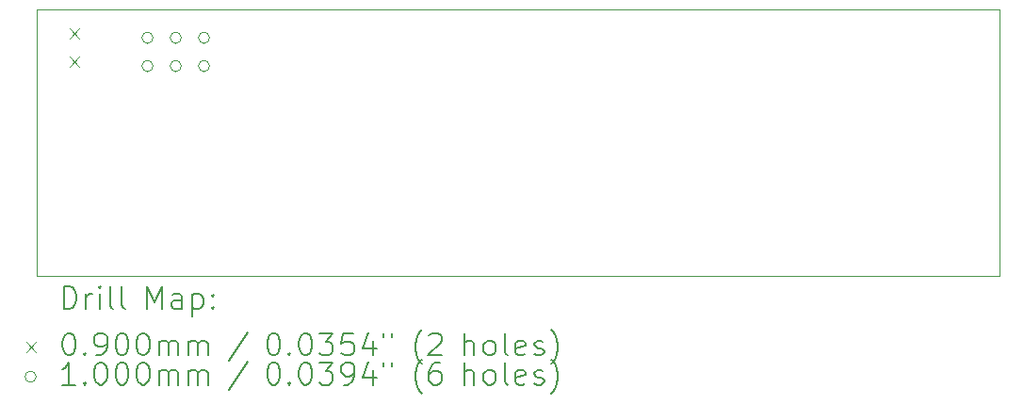
<source format=gbr>
%TF.GenerationSoftware,KiCad,Pcbnew,(6.99.0-2452-gdb4f2d9dd8)*%
%TF.CreationDate,2022-08-01T22:50:43-05:00*%
%TF.ProjectId,PTP,5054502e-6b69-4636-9164-5f7063625858,rev?*%
%TF.SameCoordinates,Original*%
%TF.FileFunction,Drillmap*%
%TF.FilePolarity,Positive*%
%FSLAX45Y45*%
G04 Gerber Fmt 4.5, Leading zero omitted, Abs format (unit mm)*
G04 Created by KiCad (PCBNEW (6.99.0-2452-gdb4f2d9dd8)) date 2022-08-01 22:50:43*
%MOMM*%
%LPD*%
G01*
G04 APERTURE LIST*
%ADD10C,0.100000*%
%ADD11C,0.200000*%
%ADD12C,0.090000*%
G04 APERTURE END LIST*
D10*
X9370000Y-7880000D02*
X18020000Y-7880000D01*
X18020000Y-7880000D02*
X18020000Y-10270000D01*
X18020000Y-10270000D02*
X9370000Y-10270000D01*
X9370000Y-10270000D02*
X9370000Y-7880000D01*
D11*
D12*
X9665000Y-8048000D02*
X9755000Y-8138000D01*
X9755000Y-8048000D02*
X9665000Y-8138000D01*
X9665000Y-8302000D02*
X9755000Y-8392000D01*
X9755000Y-8302000D02*
X9665000Y-8392000D01*
D10*
X10416000Y-8133000D02*
G75*
G03*
X10416000Y-8133000I-50000J0D01*
G01*
X10416000Y-8387000D02*
G75*
G03*
X10416000Y-8387000I-50000J0D01*
G01*
X10670000Y-8133000D02*
G75*
G03*
X10670000Y-8133000I-50000J0D01*
G01*
X10670000Y-8387000D02*
G75*
G03*
X10670000Y-8387000I-50000J0D01*
G01*
X10924000Y-8133000D02*
G75*
G03*
X10924000Y-8133000I-50000J0D01*
G01*
X10924000Y-8387000D02*
G75*
G03*
X10924000Y-8387000I-50000J0D01*
G01*
D11*
X9612619Y-10568476D02*
X9612619Y-10368476D01*
X9612619Y-10368476D02*
X9660238Y-10368476D01*
X9660238Y-10368476D02*
X9688810Y-10378000D01*
X9688810Y-10378000D02*
X9707857Y-10397048D01*
X9707857Y-10397048D02*
X9717381Y-10416095D01*
X9717381Y-10416095D02*
X9726905Y-10454190D01*
X9726905Y-10454190D02*
X9726905Y-10482762D01*
X9726905Y-10482762D02*
X9717381Y-10520857D01*
X9717381Y-10520857D02*
X9707857Y-10539905D01*
X9707857Y-10539905D02*
X9688810Y-10558952D01*
X9688810Y-10558952D02*
X9660238Y-10568476D01*
X9660238Y-10568476D02*
X9612619Y-10568476D01*
X9812619Y-10568476D02*
X9812619Y-10435143D01*
X9812619Y-10473238D02*
X9822143Y-10454190D01*
X9822143Y-10454190D02*
X9831667Y-10444667D01*
X9831667Y-10444667D02*
X9850714Y-10435143D01*
X9850714Y-10435143D02*
X9869762Y-10435143D01*
X9936429Y-10568476D02*
X9936429Y-10435143D01*
X9936429Y-10368476D02*
X9926905Y-10378000D01*
X9926905Y-10378000D02*
X9936429Y-10387524D01*
X9936429Y-10387524D02*
X9945952Y-10378000D01*
X9945952Y-10378000D02*
X9936429Y-10368476D01*
X9936429Y-10368476D02*
X9936429Y-10387524D01*
X10060238Y-10568476D02*
X10041190Y-10558952D01*
X10041190Y-10558952D02*
X10031667Y-10539905D01*
X10031667Y-10539905D02*
X10031667Y-10368476D01*
X10165000Y-10568476D02*
X10145952Y-10558952D01*
X10145952Y-10558952D02*
X10136429Y-10539905D01*
X10136429Y-10539905D02*
X10136429Y-10368476D01*
X10361190Y-10568476D02*
X10361190Y-10368476D01*
X10361190Y-10368476D02*
X10427857Y-10511333D01*
X10427857Y-10511333D02*
X10494524Y-10368476D01*
X10494524Y-10368476D02*
X10494524Y-10568476D01*
X10675476Y-10568476D02*
X10675476Y-10463714D01*
X10675476Y-10463714D02*
X10665952Y-10444667D01*
X10665952Y-10444667D02*
X10646905Y-10435143D01*
X10646905Y-10435143D02*
X10608809Y-10435143D01*
X10608809Y-10435143D02*
X10589762Y-10444667D01*
X10675476Y-10558952D02*
X10656429Y-10568476D01*
X10656429Y-10568476D02*
X10608809Y-10568476D01*
X10608809Y-10568476D02*
X10589762Y-10558952D01*
X10589762Y-10558952D02*
X10580238Y-10539905D01*
X10580238Y-10539905D02*
X10580238Y-10520857D01*
X10580238Y-10520857D02*
X10589762Y-10501810D01*
X10589762Y-10501810D02*
X10608809Y-10492286D01*
X10608809Y-10492286D02*
X10656429Y-10492286D01*
X10656429Y-10492286D02*
X10675476Y-10482762D01*
X10770714Y-10435143D02*
X10770714Y-10635143D01*
X10770714Y-10444667D02*
X10789762Y-10435143D01*
X10789762Y-10435143D02*
X10827857Y-10435143D01*
X10827857Y-10435143D02*
X10846905Y-10444667D01*
X10846905Y-10444667D02*
X10856429Y-10454190D01*
X10856429Y-10454190D02*
X10865952Y-10473238D01*
X10865952Y-10473238D02*
X10865952Y-10530381D01*
X10865952Y-10530381D02*
X10856429Y-10549429D01*
X10856429Y-10549429D02*
X10846905Y-10558952D01*
X10846905Y-10558952D02*
X10827857Y-10568476D01*
X10827857Y-10568476D02*
X10789762Y-10568476D01*
X10789762Y-10568476D02*
X10770714Y-10558952D01*
X10951667Y-10549429D02*
X10961190Y-10558952D01*
X10961190Y-10558952D02*
X10951667Y-10568476D01*
X10951667Y-10568476D02*
X10942143Y-10558952D01*
X10942143Y-10558952D02*
X10951667Y-10549429D01*
X10951667Y-10549429D02*
X10951667Y-10568476D01*
X10951667Y-10444667D02*
X10961190Y-10454190D01*
X10961190Y-10454190D02*
X10951667Y-10463714D01*
X10951667Y-10463714D02*
X10942143Y-10454190D01*
X10942143Y-10454190D02*
X10951667Y-10444667D01*
X10951667Y-10444667D02*
X10951667Y-10463714D01*
D12*
X9275000Y-10870000D02*
X9365000Y-10960000D01*
X9365000Y-10870000D02*
X9275000Y-10960000D01*
D11*
X9650714Y-10788476D02*
X9669762Y-10788476D01*
X9669762Y-10788476D02*
X9688810Y-10798000D01*
X9688810Y-10798000D02*
X9698333Y-10807524D01*
X9698333Y-10807524D02*
X9707857Y-10826571D01*
X9707857Y-10826571D02*
X9717381Y-10864667D01*
X9717381Y-10864667D02*
X9717381Y-10912286D01*
X9717381Y-10912286D02*
X9707857Y-10950381D01*
X9707857Y-10950381D02*
X9698333Y-10969429D01*
X9698333Y-10969429D02*
X9688810Y-10978952D01*
X9688810Y-10978952D02*
X9669762Y-10988476D01*
X9669762Y-10988476D02*
X9650714Y-10988476D01*
X9650714Y-10988476D02*
X9631667Y-10978952D01*
X9631667Y-10978952D02*
X9622143Y-10969429D01*
X9622143Y-10969429D02*
X9612619Y-10950381D01*
X9612619Y-10950381D02*
X9603095Y-10912286D01*
X9603095Y-10912286D02*
X9603095Y-10864667D01*
X9603095Y-10864667D02*
X9612619Y-10826571D01*
X9612619Y-10826571D02*
X9622143Y-10807524D01*
X9622143Y-10807524D02*
X9631667Y-10798000D01*
X9631667Y-10798000D02*
X9650714Y-10788476D01*
X9803095Y-10969429D02*
X9812619Y-10978952D01*
X9812619Y-10978952D02*
X9803095Y-10988476D01*
X9803095Y-10988476D02*
X9793571Y-10978952D01*
X9793571Y-10978952D02*
X9803095Y-10969429D01*
X9803095Y-10969429D02*
X9803095Y-10988476D01*
X9907857Y-10988476D02*
X9945952Y-10988476D01*
X9945952Y-10988476D02*
X9965000Y-10978952D01*
X9965000Y-10978952D02*
X9974524Y-10969429D01*
X9974524Y-10969429D02*
X9993571Y-10940857D01*
X9993571Y-10940857D02*
X10003095Y-10902762D01*
X10003095Y-10902762D02*
X10003095Y-10826571D01*
X10003095Y-10826571D02*
X9993571Y-10807524D01*
X9993571Y-10807524D02*
X9984048Y-10798000D01*
X9984048Y-10798000D02*
X9965000Y-10788476D01*
X9965000Y-10788476D02*
X9926905Y-10788476D01*
X9926905Y-10788476D02*
X9907857Y-10798000D01*
X9907857Y-10798000D02*
X9898333Y-10807524D01*
X9898333Y-10807524D02*
X9888810Y-10826571D01*
X9888810Y-10826571D02*
X9888810Y-10874190D01*
X9888810Y-10874190D02*
X9898333Y-10893238D01*
X9898333Y-10893238D02*
X9907857Y-10902762D01*
X9907857Y-10902762D02*
X9926905Y-10912286D01*
X9926905Y-10912286D02*
X9965000Y-10912286D01*
X9965000Y-10912286D02*
X9984048Y-10902762D01*
X9984048Y-10902762D02*
X9993571Y-10893238D01*
X9993571Y-10893238D02*
X10003095Y-10874190D01*
X10126905Y-10788476D02*
X10145952Y-10788476D01*
X10145952Y-10788476D02*
X10165000Y-10798000D01*
X10165000Y-10798000D02*
X10174524Y-10807524D01*
X10174524Y-10807524D02*
X10184048Y-10826571D01*
X10184048Y-10826571D02*
X10193571Y-10864667D01*
X10193571Y-10864667D02*
X10193571Y-10912286D01*
X10193571Y-10912286D02*
X10184048Y-10950381D01*
X10184048Y-10950381D02*
X10174524Y-10969429D01*
X10174524Y-10969429D02*
X10165000Y-10978952D01*
X10165000Y-10978952D02*
X10145952Y-10988476D01*
X10145952Y-10988476D02*
X10126905Y-10988476D01*
X10126905Y-10988476D02*
X10107857Y-10978952D01*
X10107857Y-10978952D02*
X10098333Y-10969429D01*
X10098333Y-10969429D02*
X10088810Y-10950381D01*
X10088810Y-10950381D02*
X10079286Y-10912286D01*
X10079286Y-10912286D02*
X10079286Y-10864667D01*
X10079286Y-10864667D02*
X10088810Y-10826571D01*
X10088810Y-10826571D02*
X10098333Y-10807524D01*
X10098333Y-10807524D02*
X10107857Y-10798000D01*
X10107857Y-10798000D02*
X10126905Y-10788476D01*
X10317381Y-10788476D02*
X10336429Y-10788476D01*
X10336429Y-10788476D02*
X10355476Y-10798000D01*
X10355476Y-10798000D02*
X10365000Y-10807524D01*
X10365000Y-10807524D02*
X10374524Y-10826571D01*
X10374524Y-10826571D02*
X10384048Y-10864667D01*
X10384048Y-10864667D02*
X10384048Y-10912286D01*
X10384048Y-10912286D02*
X10374524Y-10950381D01*
X10374524Y-10950381D02*
X10365000Y-10969429D01*
X10365000Y-10969429D02*
X10355476Y-10978952D01*
X10355476Y-10978952D02*
X10336429Y-10988476D01*
X10336429Y-10988476D02*
X10317381Y-10988476D01*
X10317381Y-10988476D02*
X10298333Y-10978952D01*
X10298333Y-10978952D02*
X10288810Y-10969429D01*
X10288810Y-10969429D02*
X10279286Y-10950381D01*
X10279286Y-10950381D02*
X10269762Y-10912286D01*
X10269762Y-10912286D02*
X10269762Y-10864667D01*
X10269762Y-10864667D02*
X10279286Y-10826571D01*
X10279286Y-10826571D02*
X10288810Y-10807524D01*
X10288810Y-10807524D02*
X10298333Y-10798000D01*
X10298333Y-10798000D02*
X10317381Y-10788476D01*
X10469762Y-10988476D02*
X10469762Y-10855143D01*
X10469762Y-10874190D02*
X10479286Y-10864667D01*
X10479286Y-10864667D02*
X10498333Y-10855143D01*
X10498333Y-10855143D02*
X10526905Y-10855143D01*
X10526905Y-10855143D02*
X10545952Y-10864667D01*
X10545952Y-10864667D02*
X10555476Y-10883714D01*
X10555476Y-10883714D02*
X10555476Y-10988476D01*
X10555476Y-10883714D02*
X10565000Y-10864667D01*
X10565000Y-10864667D02*
X10584048Y-10855143D01*
X10584048Y-10855143D02*
X10612619Y-10855143D01*
X10612619Y-10855143D02*
X10631667Y-10864667D01*
X10631667Y-10864667D02*
X10641191Y-10883714D01*
X10641191Y-10883714D02*
X10641191Y-10988476D01*
X10736429Y-10988476D02*
X10736429Y-10855143D01*
X10736429Y-10874190D02*
X10745952Y-10864667D01*
X10745952Y-10864667D02*
X10765000Y-10855143D01*
X10765000Y-10855143D02*
X10793572Y-10855143D01*
X10793572Y-10855143D02*
X10812619Y-10864667D01*
X10812619Y-10864667D02*
X10822143Y-10883714D01*
X10822143Y-10883714D02*
X10822143Y-10988476D01*
X10822143Y-10883714D02*
X10831667Y-10864667D01*
X10831667Y-10864667D02*
X10850714Y-10855143D01*
X10850714Y-10855143D02*
X10879286Y-10855143D01*
X10879286Y-10855143D02*
X10898333Y-10864667D01*
X10898333Y-10864667D02*
X10907857Y-10883714D01*
X10907857Y-10883714D02*
X10907857Y-10988476D01*
X11265952Y-10778952D02*
X11094524Y-11036095D01*
X11490714Y-10788476D02*
X11509762Y-10788476D01*
X11509762Y-10788476D02*
X11528810Y-10798000D01*
X11528810Y-10798000D02*
X11538333Y-10807524D01*
X11538333Y-10807524D02*
X11547857Y-10826571D01*
X11547857Y-10826571D02*
X11557381Y-10864667D01*
X11557381Y-10864667D02*
X11557381Y-10912286D01*
X11557381Y-10912286D02*
X11547857Y-10950381D01*
X11547857Y-10950381D02*
X11538333Y-10969429D01*
X11538333Y-10969429D02*
X11528810Y-10978952D01*
X11528810Y-10978952D02*
X11509762Y-10988476D01*
X11509762Y-10988476D02*
X11490714Y-10988476D01*
X11490714Y-10988476D02*
X11471667Y-10978952D01*
X11471667Y-10978952D02*
X11462143Y-10969429D01*
X11462143Y-10969429D02*
X11452619Y-10950381D01*
X11452619Y-10950381D02*
X11443095Y-10912286D01*
X11443095Y-10912286D02*
X11443095Y-10864667D01*
X11443095Y-10864667D02*
X11452619Y-10826571D01*
X11452619Y-10826571D02*
X11462143Y-10807524D01*
X11462143Y-10807524D02*
X11471667Y-10798000D01*
X11471667Y-10798000D02*
X11490714Y-10788476D01*
X11643095Y-10969429D02*
X11652619Y-10978952D01*
X11652619Y-10978952D02*
X11643095Y-10988476D01*
X11643095Y-10988476D02*
X11633571Y-10978952D01*
X11633571Y-10978952D02*
X11643095Y-10969429D01*
X11643095Y-10969429D02*
X11643095Y-10988476D01*
X11776429Y-10788476D02*
X11795476Y-10788476D01*
X11795476Y-10788476D02*
X11814524Y-10798000D01*
X11814524Y-10798000D02*
X11824048Y-10807524D01*
X11824048Y-10807524D02*
X11833571Y-10826571D01*
X11833571Y-10826571D02*
X11843095Y-10864667D01*
X11843095Y-10864667D02*
X11843095Y-10912286D01*
X11843095Y-10912286D02*
X11833571Y-10950381D01*
X11833571Y-10950381D02*
X11824048Y-10969429D01*
X11824048Y-10969429D02*
X11814524Y-10978952D01*
X11814524Y-10978952D02*
X11795476Y-10988476D01*
X11795476Y-10988476D02*
X11776429Y-10988476D01*
X11776429Y-10988476D02*
X11757381Y-10978952D01*
X11757381Y-10978952D02*
X11747857Y-10969429D01*
X11747857Y-10969429D02*
X11738333Y-10950381D01*
X11738333Y-10950381D02*
X11728810Y-10912286D01*
X11728810Y-10912286D02*
X11728810Y-10864667D01*
X11728810Y-10864667D02*
X11738333Y-10826571D01*
X11738333Y-10826571D02*
X11747857Y-10807524D01*
X11747857Y-10807524D02*
X11757381Y-10798000D01*
X11757381Y-10798000D02*
X11776429Y-10788476D01*
X11909762Y-10788476D02*
X12033571Y-10788476D01*
X12033571Y-10788476D02*
X11966905Y-10864667D01*
X11966905Y-10864667D02*
X11995476Y-10864667D01*
X11995476Y-10864667D02*
X12014524Y-10874190D01*
X12014524Y-10874190D02*
X12024048Y-10883714D01*
X12024048Y-10883714D02*
X12033571Y-10902762D01*
X12033571Y-10902762D02*
X12033571Y-10950381D01*
X12033571Y-10950381D02*
X12024048Y-10969429D01*
X12024048Y-10969429D02*
X12014524Y-10978952D01*
X12014524Y-10978952D02*
X11995476Y-10988476D01*
X11995476Y-10988476D02*
X11938333Y-10988476D01*
X11938333Y-10988476D02*
X11919286Y-10978952D01*
X11919286Y-10978952D02*
X11909762Y-10969429D01*
X12214524Y-10788476D02*
X12119286Y-10788476D01*
X12119286Y-10788476D02*
X12109762Y-10883714D01*
X12109762Y-10883714D02*
X12119286Y-10874190D01*
X12119286Y-10874190D02*
X12138333Y-10864667D01*
X12138333Y-10864667D02*
X12185952Y-10864667D01*
X12185952Y-10864667D02*
X12205000Y-10874190D01*
X12205000Y-10874190D02*
X12214524Y-10883714D01*
X12214524Y-10883714D02*
X12224048Y-10902762D01*
X12224048Y-10902762D02*
X12224048Y-10950381D01*
X12224048Y-10950381D02*
X12214524Y-10969429D01*
X12214524Y-10969429D02*
X12205000Y-10978952D01*
X12205000Y-10978952D02*
X12185952Y-10988476D01*
X12185952Y-10988476D02*
X12138333Y-10988476D01*
X12138333Y-10988476D02*
X12119286Y-10978952D01*
X12119286Y-10978952D02*
X12109762Y-10969429D01*
X12395476Y-10855143D02*
X12395476Y-10988476D01*
X12347857Y-10778952D02*
X12300238Y-10921810D01*
X12300238Y-10921810D02*
X12424048Y-10921810D01*
X12490714Y-10788476D02*
X12490714Y-10826571D01*
X12566905Y-10788476D02*
X12566905Y-10826571D01*
X12829762Y-11064667D02*
X12820238Y-11055143D01*
X12820238Y-11055143D02*
X12801191Y-11026571D01*
X12801191Y-11026571D02*
X12791667Y-11007524D01*
X12791667Y-11007524D02*
X12782143Y-10978952D01*
X12782143Y-10978952D02*
X12772619Y-10931333D01*
X12772619Y-10931333D02*
X12772619Y-10893238D01*
X12772619Y-10893238D02*
X12782143Y-10845619D01*
X12782143Y-10845619D02*
X12791667Y-10817048D01*
X12791667Y-10817048D02*
X12801191Y-10798000D01*
X12801191Y-10798000D02*
X12820238Y-10769429D01*
X12820238Y-10769429D02*
X12829762Y-10759905D01*
X12896429Y-10807524D02*
X12905952Y-10798000D01*
X12905952Y-10798000D02*
X12925000Y-10788476D01*
X12925000Y-10788476D02*
X12972619Y-10788476D01*
X12972619Y-10788476D02*
X12991667Y-10798000D01*
X12991667Y-10798000D02*
X13001191Y-10807524D01*
X13001191Y-10807524D02*
X13010714Y-10826571D01*
X13010714Y-10826571D02*
X13010714Y-10845619D01*
X13010714Y-10845619D02*
X13001191Y-10874190D01*
X13001191Y-10874190D02*
X12886905Y-10988476D01*
X12886905Y-10988476D02*
X13010714Y-10988476D01*
X13216429Y-10988476D02*
X13216429Y-10788476D01*
X13302143Y-10988476D02*
X13302143Y-10883714D01*
X13302143Y-10883714D02*
X13292619Y-10864667D01*
X13292619Y-10864667D02*
X13273572Y-10855143D01*
X13273572Y-10855143D02*
X13245000Y-10855143D01*
X13245000Y-10855143D02*
X13225952Y-10864667D01*
X13225952Y-10864667D02*
X13216429Y-10874190D01*
X13425952Y-10988476D02*
X13406905Y-10978952D01*
X13406905Y-10978952D02*
X13397381Y-10969429D01*
X13397381Y-10969429D02*
X13387857Y-10950381D01*
X13387857Y-10950381D02*
X13387857Y-10893238D01*
X13387857Y-10893238D02*
X13397381Y-10874190D01*
X13397381Y-10874190D02*
X13406905Y-10864667D01*
X13406905Y-10864667D02*
X13425952Y-10855143D01*
X13425952Y-10855143D02*
X13454524Y-10855143D01*
X13454524Y-10855143D02*
X13473572Y-10864667D01*
X13473572Y-10864667D02*
X13483095Y-10874190D01*
X13483095Y-10874190D02*
X13492619Y-10893238D01*
X13492619Y-10893238D02*
X13492619Y-10950381D01*
X13492619Y-10950381D02*
X13483095Y-10969429D01*
X13483095Y-10969429D02*
X13473572Y-10978952D01*
X13473572Y-10978952D02*
X13454524Y-10988476D01*
X13454524Y-10988476D02*
X13425952Y-10988476D01*
X13606905Y-10988476D02*
X13587857Y-10978952D01*
X13587857Y-10978952D02*
X13578333Y-10959905D01*
X13578333Y-10959905D02*
X13578333Y-10788476D01*
X13759286Y-10978952D02*
X13740238Y-10988476D01*
X13740238Y-10988476D02*
X13702143Y-10988476D01*
X13702143Y-10988476D02*
X13683095Y-10978952D01*
X13683095Y-10978952D02*
X13673572Y-10959905D01*
X13673572Y-10959905D02*
X13673572Y-10883714D01*
X13673572Y-10883714D02*
X13683095Y-10864667D01*
X13683095Y-10864667D02*
X13702143Y-10855143D01*
X13702143Y-10855143D02*
X13740238Y-10855143D01*
X13740238Y-10855143D02*
X13759286Y-10864667D01*
X13759286Y-10864667D02*
X13768810Y-10883714D01*
X13768810Y-10883714D02*
X13768810Y-10902762D01*
X13768810Y-10902762D02*
X13673572Y-10921810D01*
X13845000Y-10978952D02*
X13864048Y-10988476D01*
X13864048Y-10988476D02*
X13902143Y-10988476D01*
X13902143Y-10988476D02*
X13921191Y-10978952D01*
X13921191Y-10978952D02*
X13930714Y-10959905D01*
X13930714Y-10959905D02*
X13930714Y-10950381D01*
X13930714Y-10950381D02*
X13921191Y-10931333D01*
X13921191Y-10931333D02*
X13902143Y-10921810D01*
X13902143Y-10921810D02*
X13873572Y-10921810D01*
X13873572Y-10921810D02*
X13854524Y-10912286D01*
X13854524Y-10912286D02*
X13845000Y-10893238D01*
X13845000Y-10893238D02*
X13845000Y-10883714D01*
X13845000Y-10883714D02*
X13854524Y-10864667D01*
X13854524Y-10864667D02*
X13873572Y-10855143D01*
X13873572Y-10855143D02*
X13902143Y-10855143D01*
X13902143Y-10855143D02*
X13921191Y-10864667D01*
X13997381Y-11064667D02*
X14006905Y-11055143D01*
X14006905Y-11055143D02*
X14025953Y-11026571D01*
X14025953Y-11026571D02*
X14035476Y-11007524D01*
X14035476Y-11007524D02*
X14045000Y-10978952D01*
X14045000Y-10978952D02*
X14054524Y-10931333D01*
X14054524Y-10931333D02*
X14054524Y-10893238D01*
X14054524Y-10893238D02*
X14045000Y-10845619D01*
X14045000Y-10845619D02*
X14035476Y-10817048D01*
X14035476Y-10817048D02*
X14025953Y-10798000D01*
X14025953Y-10798000D02*
X14006905Y-10769429D01*
X14006905Y-10769429D02*
X13997381Y-10759905D01*
D10*
X9365000Y-11179000D02*
G75*
G03*
X9365000Y-11179000I-50000J0D01*
G01*
D11*
X9717381Y-11252476D02*
X9603095Y-11252476D01*
X9660238Y-11252476D02*
X9660238Y-11052476D01*
X9660238Y-11052476D02*
X9641190Y-11081048D01*
X9641190Y-11081048D02*
X9622143Y-11100095D01*
X9622143Y-11100095D02*
X9603095Y-11109619D01*
X9803095Y-11233428D02*
X9812619Y-11242952D01*
X9812619Y-11242952D02*
X9803095Y-11252476D01*
X9803095Y-11252476D02*
X9793571Y-11242952D01*
X9793571Y-11242952D02*
X9803095Y-11233428D01*
X9803095Y-11233428D02*
X9803095Y-11252476D01*
X9936429Y-11052476D02*
X9955476Y-11052476D01*
X9955476Y-11052476D02*
X9974524Y-11062000D01*
X9974524Y-11062000D02*
X9984048Y-11071524D01*
X9984048Y-11071524D02*
X9993571Y-11090571D01*
X9993571Y-11090571D02*
X10003095Y-11128667D01*
X10003095Y-11128667D02*
X10003095Y-11176286D01*
X10003095Y-11176286D02*
X9993571Y-11214381D01*
X9993571Y-11214381D02*
X9984048Y-11233428D01*
X9984048Y-11233428D02*
X9974524Y-11242952D01*
X9974524Y-11242952D02*
X9955476Y-11252476D01*
X9955476Y-11252476D02*
X9936429Y-11252476D01*
X9936429Y-11252476D02*
X9917381Y-11242952D01*
X9917381Y-11242952D02*
X9907857Y-11233428D01*
X9907857Y-11233428D02*
X9898333Y-11214381D01*
X9898333Y-11214381D02*
X9888810Y-11176286D01*
X9888810Y-11176286D02*
X9888810Y-11128667D01*
X9888810Y-11128667D02*
X9898333Y-11090571D01*
X9898333Y-11090571D02*
X9907857Y-11071524D01*
X9907857Y-11071524D02*
X9917381Y-11062000D01*
X9917381Y-11062000D02*
X9936429Y-11052476D01*
X10126905Y-11052476D02*
X10145952Y-11052476D01*
X10145952Y-11052476D02*
X10165000Y-11062000D01*
X10165000Y-11062000D02*
X10174524Y-11071524D01*
X10174524Y-11071524D02*
X10184048Y-11090571D01*
X10184048Y-11090571D02*
X10193571Y-11128667D01*
X10193571Y-11128667D02*
X10193571Y-11176286D01*
X10193571Y-11176286D02*
X10184048Y-11214381D01*
X10184048Y-11214381D02*
X10174524Y-11233428D01*
X10174524Y-11233428D02*
X10165000Y-11242952D01*
X10165000Y-11242952D02*
X10145952Y-11252476D01*
X10145952Y-11252476D02*
X10126905Y-11252476D01*
X10126905Y-11252476D02*
X10107857Y-11242952D01*
X10107857Y-11242952D02*
X10098333Y-11233428D01*
X10098333Y-11233428D02*
X10088810Y-11214381D01*
X10088810Y-11214381D02*
X10079286Y-11176286D01*
X10079286Y-11176286D02*
X10079286Y-11128667D01*
X10079286Y-11128667D02*
X10088810Y-11090571D01*
X10088810Y-11090571D02*
X10098333Y-11071524D01*
X10098333Y-11071524D02*
X10107857Y-11062000D01*
X10107857Y-11062000D02*
X10126905Y-11052476D01*
X10317381Y-11052476D02*
X10336429Y-11052476D01*
X10336429Y-11052476D02*
X10355476Y-11062000D01*
X10355476Y-11062000D02*
X10365000Y-11071524D01*
X10365000Y-11071524D02*
X10374524Y-11090571D01*
X10374524Y-11090571D02*
X10384048Y-11128667D01*
X10384048Y-11128667D02*
X10384048Y-11176286D01*
X10384048Y-11176286D02*
X10374524Y-11214381D01*
X10374524Y-11214381D02*
X10365000Y-11233428D01*
X10365000Y-11233428D02*
X10355476Y-11242952D01*
X10355476Y-11242952D02*
X10336429Y-11252476D01*
X10336429Y-11252476D02*
X10317381Y-11252476D01*
X10317381Y-11252476D02*
X10298333Y-11242952D01*
X10298333Y-11242952D02*
X10288810Y-11233428D01*
X10288810Y-11233428D02*
X10279286Y-11214381D01*
X10279286Y-11214381D02*
X10269762Y-11176286D01*
X10269762Y-11176286D02*
X10269762Y-11128667D01*
X10269762Y-11128667D02*
X10279286Y-11090571D01*
X10279286Y-11090571D02*
X10288810Y-11071524D01*
X10288810Y-11071524D02*
X10298333Y-11062000D01*
X10298333Y-11062000D02*
X10317381Y-11052476D01*
X10469762Y-11252476D02*
X10469762Y-11119143D01*
X10469762Y-11138190D02*
X10479286Y-11128667D01*
X10479286Y-11128667D02*
X10498333Y-11119143D01*
X10498333Y-11119143D02*
X10526905Y-11119143D01*
X10526905Y-11119143D02*
X10545952Y-11128667D01*
X10545952Y-11128667D02*
X10555476Y-11147714D01*
X10555476Y-11147714D02*
X10555476Y-11252476D01*
X10555476Y-11147714D02*
X10565000Y-11128667D01*
X10565000Y-11128667D02*
X10584048Y-11119143D01*
X10584048Y-11119143D02*
X10612619Y-11119143D01*
X10612619Y-11119143D02*
X10631667Y-11128667D01*
X10631667Y-11128667D02*
X10641191Y-11147714D01*
X10641191Y-11147714D02*
X10641191Y-11252476D01*
X10736429Y-11252476D02*
X10736429Y-11119143D01*
X10736429Y-11138190D02*
X10745952Y-11128667D01*
X10745952Y-11128667D02*
X10765000Y-11119143D01*
X10765000Y-11119143D02*
X10793572Y-11119143D01*
X10793572Y-11119143D02*
X10812619Y-11128667D01*
X10812619Y-11128667D02*
X10822143Y-11147714D01*
X10822143Y-11147714D02*
X10822143Y-11252476D01*
X10822143Y-11147714D02*
X10831667Y-11128667D01*
X10831667Y-11128667D02*
X10850714Y-11119143D01*
X10850714Y-11119143D02*
X10879286Y-11119143D01*
X10879286Y-11119143D02*
X10898333Y-11128667D01*
X10898333Y-11128667D02*
X10907857Y-11147714D01*
X10907857Y-11147714D02*
X10907857Y-11252476D01*
X11265952Y-11042952D02*
X11094524Y-11300095D01*
X11490714Y-11052476D02*
X11509762Y-11052476D01*
X11509762Y-11052476D02*
X11528810Y-11062000D01*
X11528810Y-11062000D02*
X11538333Y-11071524D01*
X11538333Y-11071524D02*
X11547857Y-11090571D01*
X11547857Y-11090571D02*
X11557381Y-11128667D01*
X11557381Y-11128667D02*
X11557381Y-11176286D01*
X11557381Y-11176286D02*
X11547857Y-11214381D01*
X11547857Y-11214381D02*
X11538333Y-11233428D01*
X11538333Y-11233428D02*
X11528810Y-11242952D01*
X11528810Y-11242952D02*
X11509762Y-11252476D01*
X11509762Y-11252476D02*
X11490714Y-11252476D01*
X11490714Y-11252476D02*
X11471667Y-11242952D01*
X11471667Y-11242952D02*
X11462143Y-11233428D01*
X11462143Y-11233428D02*
X11452619Y-11214381D01*
X11452619Y-11214381D02*
X11443095Y-11176286D01*
X11443095Y-11176286D02*
X11443095Y-11128667D01*
X11443095Y-11128667D02*
X11452619Y-11090571D01*
X11452619Y-11090571D02*
X11462143Y-11071524D01*
X11462143Y-11071524D02*
X11471667Y-11062000D01*
X11471667Y-11062000D02*
X11490714Y-11052476D01*
X11643095Y-11233428D02*
X11652619Y-11242952D01*
X11652619Y-11242952D02*
X11643095Y-11252476D01*
X11643095Y-11252476D02*
X11633571Y-11242952D01*
X11633571Y-11242952D02*
X11643095Y-11233428D01*
X11643095Y-11233428D02*
X11643095Y-11252476D01*
X11776429Y-11052476D02*
X11795476Y-11052476D01*
X11795476Y-11052476D02*
X11814524Y-11062000D01*
X11814524Y-11062000D02*
X11824048Y-11071524D01*
X11824048Y-11071524D02*
X11833571Y-11090571D01*
X11833571Y-11090571D02*
X11843095Y-11128667D01*
X11843095Y-11128667D02*
X11843095Y-11176286D01*
X11843095Y-11176286D02*
X11833571Y-11214381D01*
X11833571Y-11214381D02*
X11824048Y-11233428D01*
X11824048Y-11233428D02*
X11814524Y-11242952D01*
X11814524Y-11242952D02*
X11795476Y-11252476D01*
X11795476Y-11252476D02*
X11776429Y-11252476D01*
X11776429Y-11252476D02*
X11757381Y-11242952D01*
X11757381Y-11242952D02*
X11747857Y-11233428D01*
X11747857Y-11233428D02*
X11738333Y-11214381D01*
X11738333Y-11214381D02*
X11728810Y-11176286D01*
X11728810Y-11176286D02*
X11728810Y-11128667D01*
X11728810Y-11128667D02*
X11738333Y-11090571D01*
X11738333Y-11090571D02*
X11747857Y-11071524D01*
X11747857Y-11071524D02*
X11757381Y-11062000D01*
X11757381Y-11062000D02*
X11776429Y-11052476D01*
X11909762Y-11052476D02*
X12033571Y-11052476D01*
X12033571Y-11052476D02*
X11966905Y-11128667D01*
X11966905Y-11128667D02*
X11995476Y-11128667D01*
X11995476Y-11128667D02*
X12014524Y-11138190D01*
X12014524Y-11138190D02*
X12024048Y-11147714D01*
X12024048Y-11147714D02*
X12033571Y-11166762D01*
X12033571Y-11166762D02*
X12033571Y-11214381D01*
X12033571Y-11214381D02*
X12024048Y-11233428D01*
X12024048Y-11233428D02*
X12014524Y-11242952D01*
X12014524Y-11242952D02*
X11995476Y-11252476D01*
X11995476Y-11252476D02*
X11938333Y-11252476D01*
X11938333Y-11252476D02*
X11919286Y-11242952D01*
X11919286Y-11242952D02*
X11909762Y-11233428D01*
X12128810Y-11252476D02*
X12166905Y-11252476D01*
X12166905Y-11252476D02*
X12185952Y-11242952D01*
X12185952Y-11242952D02*
X12195476Y-11233428D01*
X12195476Y-11233428D02*
X12214524Y-11204857D01*
X12214524Y-11204857D02*
X12224048Y-11166762D01*
X12224048Y-11166762D02*
X12224048Y-11090571D01*
X12224048Y-11090571D02*
X12214524Y-11071524D01*
X12214524Y-11071524D02*
X12205000Y-11062000D01*
X12205000Y-11062000D02*
X12185952Y-11052476D01*
X12185952Y-11052476D02*
X12147857Y-11052476D01*
X12147857Y-11052476D02*
X12128810Y-11062000D01*
X12128810Y-11062000D02*
X12119286Y-11071524D01*
X12119286Y-11071524D02*
X12109762Y-11090571D01*
X12109762Y-11090571D02*
X12109762Y-11138190D01*
X12109762Y-11138190D02*
X12119286Y-11157238D01*
X12119286Y-11157238D02*
X12128810Y-11166762D01*
X12128810Y-11166762D02*
X12147857Y-11176286D01*
X12147857Y-11176286D02*
X12185952Y-11176286D01*
X12185952Y-11176286D02*
X12205000Y-11166762D01*
X12205000Y-11166762D02*
X12214524Y-11157238D01*
X12214524Y-11157238D02*
X12224048Y-11138190D01*
X12395476Y-11119143D02*
X12395476Y-11252476D01*
X12347857Y-11042952D02*
X12300238Y-11185809D01*
X12300238Y-11185809D02*
X12424048Y-11185809D01*
X12490714Y-11052476D02*
X12490714Y-11090571D01*
X12566905Y-11052476D02*
X12566905Y-11090571D01*
X12829762Y-11328667D02*
X12820238Y-11319143D01*
X12820238Y-11319143D02*
X12801191Y-11290571D01*
X12801191Y-11290571D02*
X12791667Y-11271524D01*
X12791667Y-11271524D02*
X12782143Y-11242952D01*
X12782143Y-11242952D02*
X12772619Y-11195333D01*
X12772619Y-11195333D02*
X12772619Y-11157238D01*
X12772619Y-11157238D02*
X12782143Y-11109619D01*
X12782143Y-11109619D02*
X12791667Y-11081048D01*
X12791667Y-11081048D02*
X12801191Y-11062000D01*
X12801191Y-11062000D02*
X12820238Y-11033429D01*
X12820238Y-11033429D02*
X12829762Y-11023905D01*
X12991667Y-11052476D02*
X12953571Y-11052476D01*
X12953571Y-11052476D02*
X12934524Y-11062000D01*
X12934524Y-11062000D02*
X12925000Y-11071524D01*
X12925000Y-11071524D02*
X12905952Y-11100095D01*
X12905952Y-11100095D02*
X12896429Y-11138190D01*
X12896429Y-11138190D02*
X12896429Y-11214381D01*
X12896429Y-11214381D02*
X12905952Y-11233428D01*
X12905952Y-11233428D02*
X12915476Y-11242952D01*
X12915476Y-11242952D02*
X12934524Y-11252476D01*
X12934524Y-11252476D02*
X12972619Y-11252476D01*
X12972619Y-11252476D02*
X12991667Y-11242952D01*
X12991667Y-11242952D02*
X13001191Y-11233428D01*
X13001191Y-11233428D02*
X13010714Y-11214381D01*
X13010714Y-11214381D02*
X13010714Y-11166762D01*
X13010714Y-11166762D02*
X13001191Y-11147714D01*
X13001191Y-11147714D02*
X12991667Y-11138190D01*
X12991667Y-11138190D02*
X12972619Y-11128667D01*
X12972619Y-11128667D02*
X12934524Y-11128667D01*
X12934524Y-11128667D02*
X12915476Y-11138190D01*
X12915476Y-11138190D02*
X12905952Y-11147714D01*
X12905952Y-11147714D02*
X12896429Y-11166762D01*
X13216429Y-11252476D02*
X13216429Y-11052476D01*
X13302143Y-11252476D02*
X13302143Y-11147714D01*
X13302143Y-11147714D02*
X13292619Y-11128667D01*
X13292619Y-11128667D02*
X13273572Y-11119143D01*
X13273572Y-11119143D02*
X13245000Y-11119143D01*
X13245000Y-11119143D02*
X13225952Y-11128667D01*
X13225952Y-11128667D02*
X13216429Y-11138190D01*
X13425952Y-11252476D02*
X13406905Y-11242952D01*
X13406905Y-11242952D02*
X13397381Y-11233428D01*
X13397381Y-11233428D02*
X13387857Y-11214381D01*
X13387857Y-11214381D02*
X13387857Y-11157238D01*
X13387857Y-11157238D02*
X13397381Y-11138190D01*
X13397381Y-11138190D02*
X13406905Y-11128667D01*
X13406905Y-11128667D02*
X13425952Y-11119143D01*
X13425952Y-11119143D02*
X13454524Y-11119143D01*
X13454524Y-11119143D02*
X13473572Y-11128667D01*
X13473572Y-11128667D02*
X13483095Y-11138190D01*
X13483095Y-11138190D02*
X13492619Y-11157238D01*
X13492619Y-11157238D02*
X13492619Y-11214381D01*
X13492619Y-11214381D02*
X13483095Y-11233428D01*
X13483095Y-11233428D02*
X13473572Y-11242952D01*
X13473572Y-11242952D02*
X13454524Y-11252476D01*
X13454524Y-11252476D02*
X13425952Y-11252476D01*
X13606905Y-11252476D02*
X13587857Y-11242952D01*
X13587857Y-11242952D02*
X13578333Y-11223905D01*
X13578333Y-11223905D02*
X13578333Y-11052476D01*
X13759286Y-11242952D02*
X13740238Y-11252476D01*
X13740238Y-11252476D02*
X13702143Y-11252476D01*
X13702143Y-11252476D02*
X13683095Y-11242952D01*
X13683095Y-11242952D02*
X13673572Y-11223905D01*
X13673572Y-11223905D02*
X13673572Y-11147714D01*
X13673572Y-11147714D02*
X13683095Y-11128667D01*
X13683095Y-11128667D02*
X13702143Y-11119143D01*
X13702143Y-11119143D02*
X13740238Y-11119143D01*
X13740238Y-11119143D02*
X13759286Y-11128667D01*
X13759286Y-11128667D02*
X13768810Y-11147714D01*
X13768810Y-11147714D02*
X13768810Y-11166762D01*
X13768810Y-11166762D02*
X13673572Y-11185809D01*
X13845000Y-11242952D02*
X13864048Y-11252476D01*
X13864048Y-11252476D02*
X13902143Y-11252476D01*
X13902143Y-11252476D02*
X13921191Y-11242952D01*
X13921191Y-11242952D02*
X13930714Y-11223905D01*
X13930714Y-11223905D02*
X13930714Y-11214381D01*
X13930714Y-11214381D02*
X13921191Y-11195333D01*
X13921191Y-11195333D02*
X13902143Y-11185809D01*
X13902143Y-11185809D02*
X13873572Y-11185809D01*
X13873572Y-11185809D02*
X13854524Y-11176286D01*
X13854524Y-11176286D02*
X13845000Y-11157238D01*
X13845000Y-11157238D02*
X13845000Y-11147714D01*
X13845000Y-11147714D02*
X13854524Y-11128667D01*
X13854524Y-11128667D02*
X13873572Y-11119143D01*
X13873572Y-11119143D02*
X13902143Y-11119143D01*
X13902143Y-11119143D02*
X13921191Y-11128667D01*
X13997381Y-11328667D02*
X14006905Y-11319143D01*
X14006905Y-11319143D02*
X14025953Y-11290571D01*
X14025953Y-11290571D02*
X14035476Y-11271524D01*
X14035476Y-11271524D02*
X14045000Y-11242952D01*
X14045000Y-11242952D02*
X14054524Y-11195333D01*
X14054524Y-11195333D02*
X14054524Y-11157238D01*
X14054524Y-11157238D02*
X14045000Y-11109619D01*
X14045000Y-11109619D02*
X14035476Y-11081048D01*
X14035476Y-11081048D02*
X14025953Y-11062000D01*
X14025953Y-11062000D02*
X14006905Y-11033429D01*
X14006905Y-11033429D02*
X13997381Y-11023905D01*
M02*

</source>
